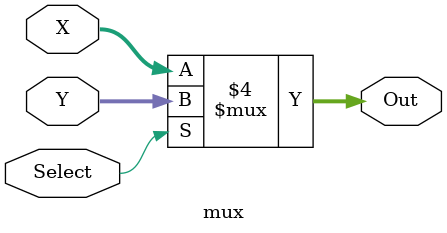
<source format=v>
`timescale 1ns/10ps

module mux(Select, X, Y, Out);

	input Select;
	input [1:0] X, Y;
	output reg [1:0] Out;

	wire Select;
	wire [1:0] X, Y;

	always @ (*) begin
		if (Select == 1) 
			Out = Y;
		else
			Out = X;
	end

endmodule

</source>
